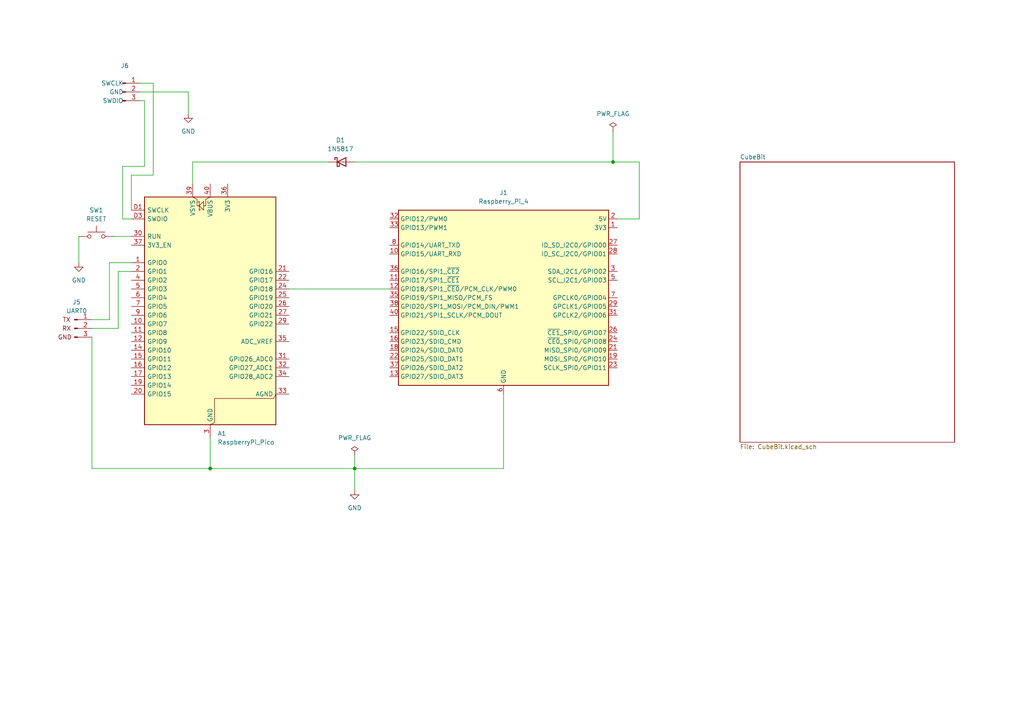
<source format=kicad_sch>
(kicad_sch (version 20250114) (generator "eeschema") (generator_version "9.0")
  (paper "A4")
  (lib_symbols
    (symbol "Conn_01x03_Pin_1" (pin_names (offset 1.016))
      (property "Reference" "J6" (at 0.635 7.62 0))
      (symbol "Conn_01x03_Pin_1_1_1"
        (rectangle (start 0.8636 2.667) (end 0 2.413) (stroke (width 0.1524)) (fill (type outline)))
        (rectangle (start 0.8636 0.127) (end 0 -0.127) (stroke (width 0.1524)) (fill (type outline)))
        (rectangle (start 0.8636 -2.413) (end 0 -2.667) (stroke (width 0.1524)) (fill (type outline)))
        (polyline (pts (xy 1.27 2.54) (xy 0.8636 2.54)) (stroke (width 0.1524)))
        (polyline (pts (xy 1.27 0) (xy 0.8636 0)) (stroke (width 0.1524)))
        (polyline (pts (xy 1.27 -2.54) (xy 0.8636 -2.54)) (stroke (width 0.1524)))
        (pin passive line (at 5.08 2.54 180) (length 3.81) (name "SWCLK") (number "1"))
        (pin passive line (at 5.08 0 180) (length 3.81) (name "GND") (number "2"))
        (pin passive line (at 5.08 -2.54 180) (length 3.81) (name "SWDIO") (number "3"))
      )
    )
    (symbol "Connector:Conn_01x03_Pin" (pin_names (offset 1.016) (hide yes))
      (property "Reference" "J5" (at 0.635 7.62 0))
      (property "Value" "UART0" (at 0.635 5.08 0))
      (symbol "Conn_01x03_Pin_1_1"
        (rectangle (start 0.8636 2.667) (end 0 2.413) (stroke (width 0.1524)) (fill (type outline)))
        (rectangle (start 0.8636 0.127) (end 0 -0.127) (stroke (width 0.1524)) (fill (type outline)))
        (rectangle (start 0.8636 -2.413) (end 0 -2.667) (stroke (width 0.1524)) (fill (type outline)))
        (polyline (pts (xy 1.27 2.54) (xy 0.8636 2.54)) (stroke (width 0.1524)))
        (polyline (pts (xy 1.27 0) (xy 0.8636 0)) (stroke (width 0.1524)))
        (polyline (pts (xy 1.27 -2.54) (xy 0.8636 -2.54)) (stroke (width 0.1524)))
        (text "GND" (at -2.794 -2.54 0) (effects (font (size 1.27 1.27))))
        (text "TX" (at -2.286 2.54 0) (effects (font (size 1.27 1.27))))
        (text "RX" (at -2.286 0 0) (effects (font (size 1.27 1.27))))
        (pin passive line (at 5.08 2.54 180) (length 3.81) (name "Pin_1") (number "1"))
        (pin passive line (at 5.08 0 180) (length 3.81) (name "Pin_2") (number "2"))
        (pin passive line (at 5.08 -2.54 180) (length 3.81) (name "Pin_3") (number "3"))
      )
    )
    (symbol "Connector:Raspberry_Pi_4"
      (property "Reference" "J1" (at 0 30.48 0))
      (property "Value" "Raspberry_Pi_4" (at 0 27.94 0))
      (symbol "Raspberry_Pi_4_0_1"
        (rectangle (start -30.48 25.4) (end 30.48 -25.4) (stroke (width 0.254)) (fill (type background)))
      )
      (symbol "Raspberry_Pi_4_1_1"
        (pin bidirectional line (at -33.02 22.86 0) (length 2.54) (name "GPIO12/PWM0") (number "32"))
        (pin bidirectional line (at -33.02 20.32 0) (length 2.54) (name "GPIO13/PWM1") (number "33"))
        (pin bidirectional line (at -33.02 15.24 0) (length 2.54) (name "GPIO14/UART_TXD") (number "8"))
        (pin bidirectional line (at -33.02 12.7 0) (length 2.54) (name "GPIO15/UART_RXD") (number "10"))
        (pin bidirectional line (at -33.02 7.62 0) (length 2.54) (name "GPIO16/SPI1_~{CE2}") (number "36"))
        (pin bidirectional line (at -33.02 5.08 0) (length 2.54) (name "GPIO17/SPI1_~{CE1}") (number "11"))
        (pin bidirectional line (at -33.02 2.54 0) (length 2.54) (name "GPIO18/SPI1_~{CE0}/PCM_CLK/PWM0") (number "12"))
        (pin bidirectional line (at -33.02 0 0) (length 2.54) (name "GPIO19/SPI1_MISO/PCM_FS") (number "35"))
        (pin bidirectional line (at -33.02 -2.54 0) (length 2.54) (name "GPIO20/SPI1_MOSI/PCM_DIN/PWM1") (number "38"))
        (pin bidirectional line (at -33.02 -5.08 0) (length 2.54) (name "GPIO21/SPI1_SCLK/PCM_DOUT") (number "40"))
        (pin bidirectional line (at -33.02 -10.16 0) (length 2.54) (name "GPIO22/SDIO_CLK") (number "15"))
        (pin bidirectional line (at -33.02 -12.7 0) (length 2.54) (name "GPIO23/SDIO_CMD") (number "16"))
        (pin bidirectional line (at -33.02 -15.24 0) (length 2.54) (name "GPIO24/SDIO_DAT0") (number "18"))
        (pin bidirectional line (at -33.02 -17.78 0) (length 2.54) (name "GPIO25/SDIO_DAT1") (number "22"))
        (pin bidirectional line (at -33.02 -20.32 0) (length 2.54) (name "GPIO26/SDIO_DAT2") (number "37"))
        (pin bidirectional line (at -33.02 -22.86 0) (length 2.54) (name "GPIO27/SDIO_DAT3") (number "13"))
        (pin passive line (at 0 -27.94 90) (length 2.54) (hide yes) (name "GND") (number "14"))
        (pin passive line (at 0 -27.94 90) (length 2.54) (hide yes) (name "GND") (number "20"))
        (pin passive line (at 0 -27.94 90) (length 2.54) (hide yes) (name "GND") (number "25"))
        (pin passive line (at 0 -27.94 90) (length 2.54) (hide yes) (name "GND") (number "30"))
        (pin passive line (at 0 -27.94 90) (length 2.54) (hide yes) (name "GND") (number "34"))
        (pin passive line (at 0 -27.94 90) (length 2.54) (hide yes) (name "GND") (number "39"))
        (pin power_in line (at 0 -27.94 90) (length 2.54) (name "GND") (number "6"))
        (pin passive line (at 0 -27.94 90) (length 2.54) (hide yes) (name "GND") (number "9"))
        (pin power_out line (at 33.02 22.86 180) (length 2.54) (name "5V") (number "2"))
        (pin passive line (at 33.02 22.86 180) (length 2.54) (hide yes) (name "5V") (number "4"))
        (pin power_out line (at 33.02 20.32 180) (length 2.54) (name "3V3") (number "1"))
        (pin passive line (at 33.02 20.32 180) (length 2.54) (hide yes) (name "3V3") (number "17"))
        (pin bidirectional line (at 33.02 15.24 180) (length 2.54) (name "ID_SD_I2C0/GPIO00") (number "27"))
        (pin bidirectional line (at 33.02 12.7 180) (length 2.54) (name "ID_SC_I2C0/GPIO01") (number "28"))
        (pin bidirectional line (at 33.02 7.62 180) (length 2.54) (name "SDA_I2C1/GPIO02") (number "3"))
        (pin bidirectional line (at 33.02 5.08 180) (length 2.54) (name "SCL_I2C1/GPIO03") (number "5"))
        (pin bidirectional line (at 33.02 0 180) (length 2.54) (name "GPCLK0/GPIO04") (number "7"))
        (pin bidirectional line (at 33.02 -2.54 180) (length 2.54) (name "GPCLK1/GPIO05") (number "29"))
        (pin bidirectional line (at 33.02 -5.08 180) (length 2.54) (name "GPCLK2/GPIO06") (number "31"))
        (pin bidirectional line (at 33.02 -10.16 180) (length 2.54) (name "~{CE1}_SPI0/GPIO07") (number "26"))
        (pin bidirectional line (at 33.02 -12.7 180) (length 2.54) (name "~{CE0}_SPI0/GPIO08") (number "24"))
        (pin bidirectional line (at 33.02 -15.24 180) (length 2.54) (name "MISO_SPI0/GPIO09") (number "21"))
        (pin bidirectional line (at 33.02 -17.78 180) (length 2.54) (name "MOSI_SPI0/GPIO10") (number "19"))
        (pin bidirectional line (at 33.02 -20.32 180) (length 2.54) (name "SCLK_SPI0/GPIO11") (number "23"))
      )
    )
    (symbol "Diode:1N5817" (pin_numbers (hide yes)) (pin_names (offset 1.016) (hide yes))
      (property "Reference" "D" (at 0 2.54 0))
      (property "Value" "1N5817" (at 0 -2.54 0))
      (symbol "1N5817_0_1"
        (polyline (pts (xy -1.905 0.635) (xy -1.905 1.27) (xy -1.27 1.27) (xy -1.27 -1.27) (xy -0.635 -1.27) (xy -0.635 -0.635)) (stroke (width 0.254)))
        (polyline (pts (xy 1.27 1.27) (xy 1.27 -1.27) (xy -1.27 0) (xy 1.27 1.27)) (stroke (width 0.254)))
        (polyline (pts (xy 1.27 0) (xy -1.27 0)))
      )
      (symbol "1N5817_1_1"
        (pin passive line (at -3.81 0 0) (length 2.54) (name "K") (number "1"))
        (pin passive line (at 3.81 0 180) (length 2.54) (name "A") (number "2"))
      )
    )
    (symbol "MCU_Module:RaspberryPi_Pico_Debug" (pin_names (offset 0.762))
      (property "Reference" "A" (at -19.05 35.56 0))
      (property "Value" "RaspberryPi_Pico" (at 7.62 35.56 0))
      (symbol "RaspberryPi_Pico_Debug_0_1"
        (rectangle (start -19.05 34.29) (end 19.05 -31.75) (stroke (width 0.254)) (fill (type background)))
        (polyline (pts (xy -5.08 34.29) (xy -3.81 33.655) (xy -3.81 31.75) (xy -3.175 31.75)))
        (polyline (pts (xy -3.429 32.766) (xy -3.429 33.02) (xy -3.175 33.02) (xy -3.175 30.48) (xy -2.921 30.48) (xy -2.921 30.734)))
        (polyline (pts (xy -3.175 31.75) (xy -1.905 33.02) (xy -1.905 30.48) (xy -3.175 31.75)))
        (polyline (pts (xy 0 34.29) (xy -1.27 33.655) (xy -1.27 31.75) (xy -1.905 31.75)))
        (polyline (pts (xy 0 -31.75) (xy 1.27 -31.115) (xy 1.27 -24.13) (xy 18.415 -24.13) (xy 19.05 -22.86)))
      )
      (symbol "RaspberryPi_Pico_Debug_1_1"
        (pin input line (at -22.86 30.48 0) (length 3.81) (name "SWCLK") (number "D1"))
        (pin bidirectional line (at -22.86 27.94 0) (length 3.81) (name "SWDIO") (number "D3"))
        (pin passive line (at -22.86 22.86 0) (length 3.81) (name "RUN") (number "30"))
        (pin passive line (at -22.86 20.32 0) (length 3.81) (name "3V3_EN") (number "37"))
        (pin bidirectional line (at -22.86 15.24 0) (length 3.81) (name "GPIO0") (number "1"))
        (pin bidirectional line (at -22.86 12.7 0) (length 3.81) (name "GPIO1") (number "2"))
        (pin bidirectional line (at -22.86 10.16 0) (length 3.81) (name "GPIO2") (number "4"))
        (pin bidirectional line (at -22.86 7.62 0) (length 3.81) (name "GPIO3") (number "5"))
        (pin bidirectional line (at -22.86 5.08 0) (length 3.81) (name "GPIO4") (number "6"))
        (pin bidirectional line (at -22.86 2.54 0) (length 3.81) (name "GPIO5") (number "7"))
        (pin bidirectional line (at -22.86 0 0) (length 3.81) (name "GPIO6") (number "9"))
        (pin bidirectional line (at -22.86 -2.54 0) (length 3.81) (name "GPIO7") (number "10"))
        (pin bidirectional line (at -22.86 -5.08 0) (length 3.81) (name "GPIO8") (number "11"))
        (pin bidirectional line (at -22.86 -7.62 0) (length 3.81) (name "GPIO9") (number "12"))
        (pin bidirectional line (at -22.86 -10.16 0) (length 3.81) (name "GPIO10") (number "14"))
        (pin bidirectional line (at -22.86 -12.7 0) (length 3.81) (name "GPIO11") (number "15"))
        (pin bidirectional line (at -22.86 -15.24 0) (length 3.81) (name "GPIO12") (number "16"))
        (pin bidirectional line (at -22.86 -17.78 0) (length 3.81) (name "GPIO13") (number "17"))
        (pin bidirectional line (at -22.86 -20.32 0) (length 3.81) (name "GPIO14") (number "19"))
        (pin bidirectional line (at -22.86 -22.86 0) (length 3.81) (name "GPIO15") (number "20"))
        (pin power_in line (at -5.08 38.1 270) (length 3.81) (name "VSYS") (number "39"))
        (pin power_out line (at 0 38.1 270) (length 3.81) (name "VBUS") (number "40"))
        (pin passive line (at 0 -35.56 90) (length 3.81) (hide yes) (name "GND") (number "13"))
        (pin passive line (at 0 -35.56 90) (length 3.81) (hide yes) (name "GND") (number "18"))
        (pin passive line (at 0 -35.56 90) (length 3.81) (hide yes) (name "GND") (number "23"))
        (pin passive line (at 0 -35.56 90) (length 3.81) (hide yes) (name "GND") (number "28"))
        (pin power_out line (at 0 -35.56 90) (length 3.81) (name "GND") (number "3"))
        (pin passive line (at 0 -35.56 90) (length 3.81) (hide yes) (name "GND") (number "38"))
        (pin passive line (at 0 -35.56 90) (length 3.81) (hide yes) (name "GND") (number "8"))
        (pin passive line (at 0 -35.56 90) (length 3.81) (hide yes) (name "GND") (number "D2"))
        (pin power_out line (at 5.08 38.1 270) (length 3.81) (name "3V3") (number "36"))
        (pin bidirectional line (at 22.86 12.7 180) (length 3.81) (name "GPIO16") (number "21"))
        (pin bidirectional line (at 22.86 10.16 180) (length 3.81) (name "GPIO17") (number "22"))
        (pin bidirectional line (at 22.86 7.62 180) (length 3.81) (name "GPIO18") (number "24"))
        (pin bidirectional line (at 22.86 5.08 180) (length 3.81) (name "GPIO19") (number "25"))
        (pin bidirectional line (at 22.86 2.54 180) (length 3.81) (name "GPIO20") (number "26"))
        (pin bidirectional line (at 22.86 0 180) (length 3.81) (name "GPIO21") (number "27"))
        (pin bidirectional line (at 22.86 -2.54 180) (length 3.81) (name "GPIO22") (number "29"))
        (pin power_in line (at 22.86 -7.62 180) (length 3.81) (name "ADC_VREF") (number "35"))
        (pin bidirectional line (at 22.86 -12.7 180) (length 3.81) (name "GPIO26_ADC0") (number "31"))
        (pin bidirectional line (at 22.86 -15.24 180) (length 3.81) (name "GPIO27_ADC1") (number "32"))
        (pin bidirectional line (at 22.86 -17.78 180) (length 3.81) (name "GPIO28_ADC2") (number "34"))
        (pin power_out line (at 22.86 -22.86 180) (length 3.81) (name "AGND") (number "33"))
      )
    )
    (symbol "Switch:SW_Push" (pin_numbers (hide yes)) (pin_names (offset 1.016) (hide yes))
      (property "Reference" "SW" (at 1.27 2.54 0))
      (property "Value" "SW_Push" (at 0 -1.524 0))
      (symbol "SW_Push_0_1"
        (circle (center -2.032 0) (radius 0.508))
        (polyline (pts (xy 0 1.27) (xy 0 3.048)))
        (circle (center 2.032 0) (radius 0.508))
        (polyline (pts (xy 2.54 1.27) (xy -2.54 1.27)))
        (pin passive line (at -5.08 0 0) (length 2.54) (name "1") (number "1"))
        (pin passive line (at 5.08 0 180) (length 2.54) (name "2") (number "2"))
      )
    )
    (symbol "power:GND" (power) (pin_numbers (hide yes)) (pin_names (offset 0) (hide yes))
      (property "Value" "GND" (at 0 -3.81 0))
      (symbol "GND_0_1"
        (polyline (pts (xy 0 0) (xy 0 -1.27) (xy 1.27 -1.27) (xy 0 -2.54) (xy -1.27 -1.27) (xy 0 -1.27)))
      )
      (symbol "GND_1_1"
        (pin power_in line (at 0 0 270) (length 0) (name "~") (number "1"))
      )
    )
    (symbol "power:PWR_FLAG" (power) (pin_numbers (hide yes)) (pin_names (offset 0) (hide yes))
      (property "Value" "PWR_FLAG" (at 0 3.81 0))
      (symbol "PWR_FLAG_0_0"
        (pin power_out line (at 0 0 90) (length 0) (name "~") (number "1"))
      )
      (symbol "PWR_FLAG_0_1"
        (polyline (pts (xy 0 0) (xy 0 1.27) (xy -1.016 1.905) (xy 0 2.54) (xy 1.016 1.905) (xy 0 1.27)))
      )
    )
  )
  (junction (at 102.87 135.89))
  (junction (at 60.96 135.89))
  (junction (at 177.8 46.99))
  (wire (pts (xy 55.88 46.99) (xy 95.25 46.99)))
  (wire (pts (xy 34.29 95.25) (xy 34.29 78.74)))
  (wire (pts (xy 102.87 135.89) (xy 102.87 142.24)))
  (wire (pts (xy 40.64 24.13) (xy 44.45 24.13)))
  (wire (pts (xy 35.56 63.5) (xy 35.56 48.26)))
  (wire (pts (xy 40.64 29.21) (xy 41.91 29.21)))
  (wire (pts (xy 31.75 76.2) (xy 31.75 92.71)))
  (wire (pts (xy 26.67 97.79) (xy 26.67 135.89)))
  (wire (pts (xy 60.96 135.89) (xy 102.87 135.89)))
  (wire (pts (xy 102.87 132.08) (xy 102.87 135.89)))
  (wire (pts (xy 38.1 50.8) (xy 44.45 50.8)))
  (wire (pts (xy 22.86 68.58) (xy 22.86 76.2)))
  (wire (pts (xy 185.42 46.99) (xy 185.42 63.5)))
  (wire (pts (xy 34.29 78.74) (xy 38.1 78.74)))
  (wire (pts (xy 33.02 68.58) (xy 38.1 68.58)))
  (wire (pts (xy 35.56 48.26) (xy 41.91 48.26)))
  (wire (pts (xy 102.87 46.99) (xy 177.8 46.99)))
  (wire (pts (xy 38.1 76.2) (xy 31.75 76.2)))
  (wire (pts (xy 54.61 26.67) (xy 54.61 33.02)))
  (wire (pts (xy 83.82 83.82) (xy 113.03 83.82)))
  (wire (pts (xy 177.8 46.99) (xy 185.42 46.99)))
  (wire (pts (xy 26.67 135.89) (xy 60.96 135.89)))
  (wire (pts (xy 38.1 60.96) (xy 38.1 50.8)))
  (wire (pts (xy 26.67 92.71) (xy 31.75 92.71)))
  (wire (pts (xy 40.64 26.67) (xy 54.61 26.67)))
  (wire (pts (xy 26.67 95.25) (xy 34.29 95.25)))
  (wire (pts (xy 185.42 63.5) (xy 179.07 63.5)))
  (wire (pts (xy 41.91 29.21) (xy 41.91 48.26)))
  (wire (pts (xy 55.88 53.34) (xy 55.88 46.99)))
  (wire (pts (xy 44.45 24.13) (xy 44.45 50.8)))
  (wire (pts (xy 146.05 135.89) (xy 146.05 114.3)))
  (wire (pts (xy 177.8 38.1) (xy 177.8 46.99)))
  (wire (pts (xy 38.1 63.5) (xy 35.56 63.5)))
  (wire (pts (xy 102.87 135.89) (xy 146.05 135.89)))
  (wire (pts (xy 60.96 127) (xy 60.96 135.89)))
  (symbol (lib_id "power:PWR_FLAG") (at 177.8 38.1 0) (unit 1)
    (property "Reference" "#FLG01" (effects (hide yes)))
    (property "Value" "PWR_FLAG" (at 177.8 33.02 0))
    (property "Description" "Special symbol for telling ERC where power comes from" (effects (hide yes)))
  )
  (symbol (lib_id "power:GND") (at 54.61 33.02 0) (unit 1)
    (property "Reference" "#PWR010" (effects (hide yes)))
    (property "Value" "GND" (at 54.61 38.1 0))
    (property "Description" "Power symbol creates a global label with name \"GND\" , ground" (effects (hide yes)))
  )
  (symbol (lib_id "power:PWR_FLAG") (at 102.87 132.08 0) (unit 1)
    (property "Reference" "#FLG02" (effects (hide yes)))
    (property "Value" "PWR_FLAG" (at 102.87 127 0))
    (property "Description" "Special symbol for telling ERC where power comes from" (effects (hide yes)))
  )
  (symbol (lib_id "power:GND") (at 22.86 76.2 0) (unit 1)
    (property "Reference" "#PWR02" (effects (hide yes)))
    (property "Value" "GND" (at 22.86 81.28 0))
    (property "Description" "Power symbol creates a global label with name \"GND\" , ground" (effects (hide yes)))
  )
  (symbol (lib_id "MCU_Module:RaspberryPi_Pico_Debug") (at 60.96 91.44 0) (unit 1)
    (property "Reference" "A1" (at 63.1033 125.73 0) (effects (justify left)))
    (property "Value" "RaspberryPi_Pico" (at 63.1033 128.27 0) (effects (justify left)))
    (property "Footprint" "Module:RaspberryPi_Pico_SMD_HandSolder" (effects (hide yes)))
    (property "Datasheet" "https://datasheets.raspberrypi.com/pico/pico-datasheet.pdf" (effects (hide yes)))
    (property "Description" "Versatile and inexpensive microcontroller module (with debug pins) powered by RP2040 dual-core Arm Cortex-M0+ processor up to 133 MHz, 264kB SRAM, 2MB QSPI flash; also supports Raspberry Pi Pico 2" (effects (hide yes)))
  )
  (symbol (lib_id "Connector:Conn_01x03_Pin") (at 21.59 95.25 0) (unit 1)
    (property "Reference" "J5" (at 22.225 87.63 0))
    (property "Value" "UART0" (at 22.225 90.17 0))
    (property "Footprint" "Connector_PinHeader_2.54mm:PinHeader_1x03_P2.54mm_Vertical" (effects (hide yes)))
    (property "Description" "Generic connector, single row, 01x03, script generated" (effects (hide yes)))
  )
  (symbol (lib_name "Conn_01x03_Pin_1") (lib_id "Connector:Conn_01x03_Pin") (at 35.56 26.67 0) (unit 1)
    (property "Reference" "J6" (at 36.195 19.05 0))
    (property "Value" "DEBUG" (effects (hide yes)))
    (property "Footprint" "Connector_PinHeader_2.54mm:PinHeader_1x03_P2.54mm_Vertical" (effects (hide yes)))
    (property "Description" "Generic connector, single row, 01x03, script generated" (effects (hide yes)))
  )
  (symbol (lib_id "Connector:Raspberry_Pi_4") (at 146.05 86.36 0) (unit 1)
    (property "Reference" "J1" (at 146.05 55.88 0))
    (property "Value" "Raspberry_Pi_4" (at 146.05 58.42 0))
    (property "Footprint" "Module:Raspberry_Pi_Zero_Socketed_THT_FaceDown_MountingHoles" (effects (hide yes)))
    (property "Datasheet" "https://datasheets.raspberrypi.com/rpi4/raspberry-pi-4-datasheet.pdf" (effects (hide yes)))
    (property "Description" "Raspberry Pi 4 Model B" (effects (hide yes)))
  )
  (symbol (lib_id "power:GND") (at 102.87 142.24 0) (unit 1)
    (property "Reference" "#PWR01" (effects (hide yes)))
    (property "Value" "GND" (at 102.87 147.32 0))
    (property "Description" "Power symbol creates a global label with name \"GND\" , ground" (effects (hide yes)))
  )
  (symbol (lib_id "Switch:SW_Push") (at 27.94 68.58 0) (unit 1)
    (property "Reference" "SW1" (at 27.94 60.96 0))
    (property "Value" "RESET" (at 27.94 63.5 0))
    (property "Footprint" "Button_Switch_THT:SW_PUSH_6mm" (effects (hide yes)))
    (property "Description" "Push button switch, generic, two pins" (effects (hide yes)))
  )
  (symbol (lib_id "Diode:1N5817") (at 99.06 46.99 0) (unit 1)
    (property "Reference" "D1" (at 98.7425 40.64 0))
    (property "Value" "1N5817" (at 98.7425 43.18 0))
    (property "Footprint" "Diode_THT:D_DO-41_SOD81_P10.16mm_Horizontal" (effects (hide yes)))
    (property "Datasheet" "http://www.vishay.com/docs/88525/1n5817.pdf" (effects (hide yes)))
    (property "Description" "20V 1A Schottky Barrier Rectifier Diode, DO-41" (effects (hide yes)))
  )
  (sheet (at 214.63 46.99) (size 62.23 81.28) (stroke (width 0.1524))
    (property "Sheetname" "CubeBit" (at 214.63 46.2784 0) (effects (justify left bottom)))
    (property "Sheetfile" "CubeBit.kicad_sch" (at 214.63 128.8546 0) (effects (justify left top)))
  )
)
</source>
